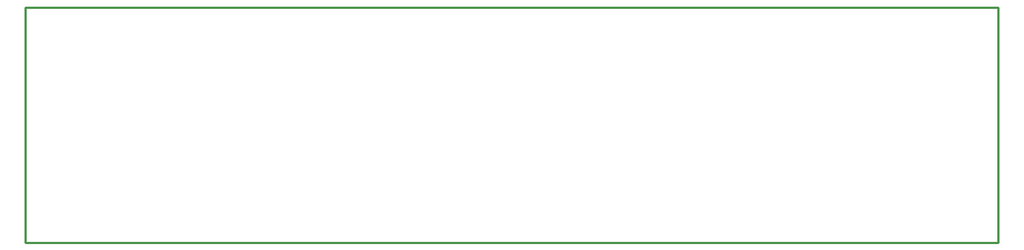
<source format=gko>
G04 Layer: BoardOutlineLayer*
G04 EasyEDA v6.4.31, 2022-02-20 19:53:06*
G04 ab3af4ecd5ab4803ab176bb446d861a8,e2c35ec14d3a475c8af15a16e8970ea9,10*
G04 Gerber Generator version 0.2*
G04 Scale: 100 percent, Rotated: No, Reflected: No *
G04 Dimensions in millimeters *
G04 leading zeros omitted , absolute positions ,4 integer and 5 decimal *
%FSLAX45Y45*%
%MOMM*%

%ADD10C,0.2540*%
D10*
X0Y0D02*
G01*
X11100000Y0D01*
X11100000Y-2699999D01*
X0Y-2699999D01*
X0Y0D01*

%LPD*%
M02*

</source>
